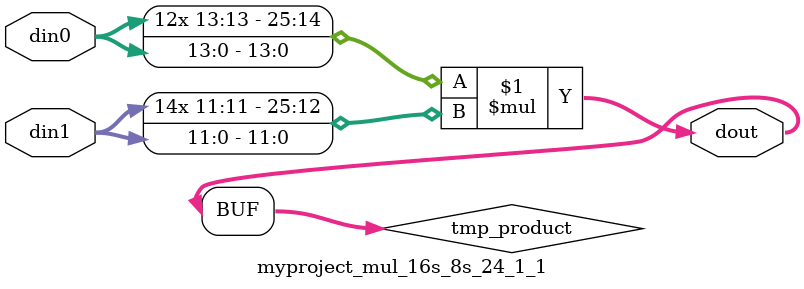
<source format=v>

`timescale 1 ns / 1 ps

 module myproject_mul_16s_8s_24_1_1(din0, din1, dout);
parameter ID = 1;
parameter NUM_STAGE = 0;
parameter din0_WIDTH = 14;
parameter din1_WIDTH = 12;
parameter dout_WIDTH = 26;

input [din0_WIDTH - 1 : 0] din0; 
input [din1_WIDTH - 1 : 0] din1; 
output [dout_WIDTH - 1 : 0] dout;

wire signed [dout_WIDTH - 1 : 0] tmp_product;



























assign tmp_product = $signed(din0) * $signed(din1);








assign dout = tmp_product;





















endmodule

</source>
